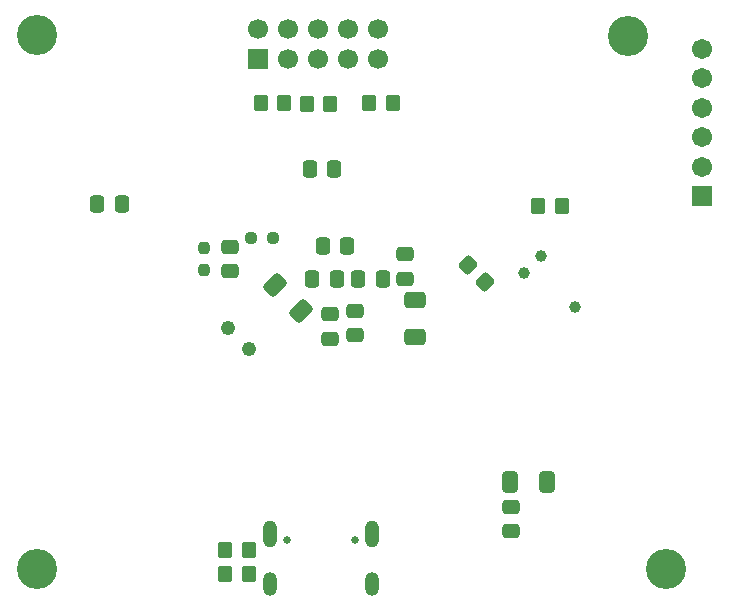
<source format=gbr>
%TF.GenerationSoftware,KiCad,Pcbnew,9.0.3*%
%TF.CreationDate,2026-02-24T03:06:21-05:00*%
%TF.ProjectId,ShamanLink_Rev1,5368616d-616e-44c6-996e-6b5f52657631,rev?*%
%TF.SameCoordinates,Original*%
%TF.FileFunction,Soldermask,Bot*%
%TF.FilePolarity,Negative*%
%FSLAX46Y46*%
G04 Gerber Fmt 4.6, Leading zero omitted, Abs format (unit mm)*
G04 Created by KiCad (PCBNEW 9.0.3) date 2026-02-24 03:06:21*
%MOMM*%
%LPD*%
G01*
G04 APERTURE LIST*
G04 Aperture macros list*
%AMRoundRect*
0 Rectangle with rounded corners*
0 $1 Rounding radius*
0 $2 $3 $4 $5 $6 $7 $8 $9 X,Y pos of 4 corners*
0 Add a 4 corners polygon primitive as box body*
4,1,4,$2,$3,$4,$5,$6,$7,$8,$9,$2,$3,0*
0 Add four circle primitives for the rounded corners*
1,1,$1+$1,$2,$3*
1,1,$1+$1,$4,$5*
1,1,$1+$1,$6,$7*
1,1,$1+$1,$8,$9*
0 Add four rect primitives between the rounded corners*
20,1,$1+$1,$2,$3,$4,$5,0*
20,1,$1+$1,$4,$5,$6,$7,0*
20,1,$1+$1,$6,$7,$8,$9,0*
20,1,$1+$1,$8,$9,$2,$3,0*%
G04 Aperture macros list end*
%ADD10C,0.650000*%
%ADD11O,1.204000X2.304000*%
%ADD12O,1.204000X2.004000*%
%ADD13C,3.400000*%
%ADD14R,1.700000X1.700000*%
%ADD15C,1.700000*%
%ADD16C,1.234000*%
%ADD17C,0.990600*%
%ADD18RoundRect,0.102000X0.754000X-0.754000X0.754000X0.754000X-0.754000X0.754000X-0.754000X-0.754000X0*%
%ADD19C,1.712000*%
%ADD20RoundRect,0.250000X0.565685X0.070711X0.070711X0.565685X-0.565685X-0.070711X-0.070711X-0.565685X0*%
%ADD21RoundRect,0.250000X0.350000X0.450000X-0.350000X0.450000X-0.350000X-0.450000X0.350000X-0.450000X0*%
%ADD22RoundRect,0.250000X-0.475000X0.337500X-0.475000X-0.337500X0.475000X-0.337500X0.475000X0.337500X0*%
%ADD23RoundRect,0.250000X0.751301X0.167938X0.167938X0.751301X-0.751301X-0.167938X-0.167938X-0.751301X0*%
%ADD24RoundRect,0.250000X-0.350000X-0.450000X0.350000X-0.450000X0.350000X0.450000X-0.350000X0.450000X0*%
%ADD25RoundRect,0.250000X0.475000X-0.337500X0.475000X0.337500X-0.475000X0.337500X-0.475000X-0.337500X0*%
%ADD26RoundRect,0.237500X0.237500X-0.250000X0.237500X0.250000X-0.237500X0.250000X-0.237500X-0.250000X0*%
%ADD27RoundRect,0.250000X0.337500X0.475000X-0.337500X0.475000X-0.337500X-0.475000X0.337500X-0.475000X0*%
%ADD28RoundRect,0.250000X-0.650000X0.412500X-0.650000X-0.412500X0.650000X-0.412500X0.650000X0.412500X0*%
%ADD29RoundRect,0.250000X-0.412500X-0.650000X0.412500X-0.650000X0.412500X0.650000X-0.412500X0.650000X0*%
%ADD30RoundRect,0.250000X-0.337500X-0.475000X0.337500X-0.475000X0.337500X0.475000X-0.337500X0.475000X0*%
%ADD31RoundRect,0.237500X-0.250000X-0.237500X0.250000X-0.237500X0.250000X0.237500X-0.250000X0.237500X0*%
G04 APERTURE END LIST*
D10*
%TO.C,J6*%
X101990000Y-114000000D03*
X107770000Y-114000000D03*
D11*
X100560000Y-113500000D03*
X109200000Y-113500000D03*
D12*
X100560000Y-117680000D03*
X109200000Y-117680000D03*
%TD*%
D13*
%TO.C,H4*%
X80900000Y-71200000D03*
%TD*%
D14*
%TO.C,J2*%
X99540000Y-73270000D03*
D15*
X99540000Y-70730000D03*
X102080000Y-73270000D03*
X102080000Y-70730000D03*
X104619999Y-73270000D03*
X104620000Y-70730000D03*
X107160000Y-73270000D03*
X107160000Y-70730000D03*
X109700000Y-73270000D03*
X109700000Y-70730000D03*
%TD*%
D16*
%TO.C,Y1*%
X97032234Y-96032234D03*
X98800000Y-97800000D03*
%TD*%
D13*
%TO.C,H3*%
X134100000Y-116400000D03*
%TD*%
%TO.C,H1*%
X130900000Y-71300000D03*
%TD*%
D17*
%TO.C,J5*%
X126370440Y-94280240D03*
X122059917Y-91406558D03*
X123496758Y-89969717D03*
%TD*%
D18*
%TO.C,J1*%
X137200000Y-84900000D03*
D19*
X137200000Y-82400000D03*
X137200000Y-79900000D03*
X137200000Y-77400000D03*
X137200000Y-74900000D03*
X137200000Y-72400000D03*
%TD*%
D13*
%TO.C,H2*%
X80900000Y-116400000D03*
%TD*%
D20*
%TO.C,R38*%
X118807107Y-92107107D03*
X117392893Y-90692893D03*
%TD*%
D21*
%TO.C,R1*%
X98800000Y-114800000D03*
X96800000Y-114800000D03*
%TD*%
%TO.C,R2*%
X98800000Y-116900000D03*
X96800000Y-116900000D03*
%TD*%
D22*
%TO.C,C29*%
X107800000Y-94562500D03*
X107800000Y-96637500D03*
%TD*%
%TO.C,C23*%
X121000000Y-111162500D03*
X121000000Y-113237500D03*
%TD*%
D23*
%TO.C,C6*%
X103204854Y-94604854D03*
X100995146Y-92395146D03*
%TD*%
D21*
%TO.C,R27*%
X125300000Y-85700000D03*
X123300000Y-85700000D03*
%TD*%
D24*
%TO.C,R16*%
X109000000Y-77000000D03*
X111000000Y-77000000D03*
%TD*%
D25*
%TO.C,C7*%
X112000000Y-91875000D03*
X112000000Y-89800000D03*
%TD*%
D26*
%TO.C,FB1*%
X95000000Y-91112500D03*
X95000000Y-89287500D03*
%TD*%
D27*
%TO.C,C35*%
X106237500Y-91900000D03*
X104162500Y-91900000D03*
%TD*%
D22*
%TO.C,C30*%
X105700000Y-94862500D03*
X105700000Y-96937500D03*
%TD*%
D28*
%TO.C,C8*%
X112900000Y-93637500D03*
X112900000Y-96762500D03*
%TD*%
D29*
%TO.C,C20*%
X120937500Y-109100000D03*
X124062500Y-109100000D03*
%TD*%
D27*
%TO.C,C5*%
X110137500Y-91900000D03*
X108062500Y-91900000D03*
%TD*%
D25*
%TO.C,C14*%
X97200000Y-91237500D03*
X97200000Y-89162500D03*
%TD*%
D27*
%TO.C,C32*%
X107137500Y-89100000D03*
X105062500Y-89100000D03*
%TD*%
D30*
%TO.C,C13*%
X103962500Y-82600000D03*
X106037500Y-82600000D03*
%TD*%
%TO.C,C26*%
X85962500Y-85500000D03*
X88037500Y-85500000D03*
%TD*%
D31*
%TO.C,FB5*%
X98987500Y-88400000D03*
X100812500Y-88400000D03*
%TD*%
D21*
%TO.C,R31*%
X105700000Y-77100000D03*
X103700000Y-77100000D03*
%TD*%
D24*
%TO.C,R32*%
X99800000Y-77000000D03*
X101800000Y-77000000D03*
%TD*%
M02*

</source>
